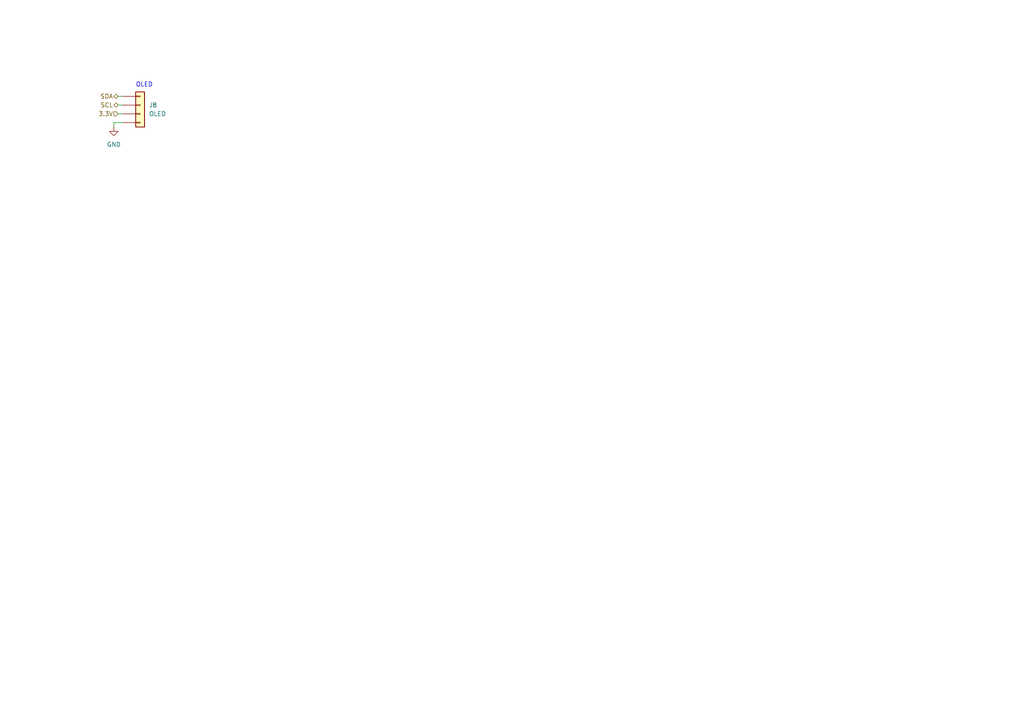
<source format=kicad_sch>
(kicad_sch (version 20211123) (generator eeschema)
  (paper "A4")
  (lib_symbols
    (symbol "Connector_Generic:Conn_01x04" (pin_numbers hide) (pin_names (offset 1.016) hide)
      (property "Reference" "J" (at 0 5.08 0))
      (property "Value" "Conn_01x04" (at 0 -7.62 0))
      (symbol "Conn_01x04_1_1"
        (rectangle (start -1.27 -4.953) (end 0 -5.207) (stroke (width 0.1524)))
        (rectangle (start -1.27 -2.413) (end 0 -2.667) (stroke (width 0.1524)))
        (rectangle (start -1.27 0.127) (end 0 -0.127) (stroke (width 0.1524)))
        (rectangle (start -1.27 2.667) (end 0 2.413) (stroke (width 0.1524)))
        (rectangle (start -1.27 3.81) (end 1.27 -6.35) (stroke (width 0.254)) (fill (type background)))
        (pin passive line (at -5.08 2.54 0) (length 3.81) (name "Pin_1") (number "1"))
        (pin passive line (at -5.08 0 0) (length 3.81) (name "Pin_2") (number "2"))
        (pin passive line (at -5.08 -2.54 0) (length 3.81) (name "Pin_3") (number "3"))
        (pin passive line (at -5.08 -5.08 0) (length 3.81) (name "Pin_4") (number "4"))
      )
    )
    (symbol "power:GND" (power) (pin_names (offset 0))
      (property "Value" "GND" (at 0 -3.81 0))
      (symbol "GND_0_1"
        (polyline (pts (xy 0 0) (xy 0 -1.27) (xy 1.27 -1.27) (xy 0 -2.54) (xy -1.27 -1.27) (xy 0 -1.27)))
      )
      (symbol "GND_1_1"
        (pin power_in line (at 0 0 270) (length 0) hide (name "GND") (number "1"))
      )
    )
  )
  (wire (pts (xy 34.29 30.48) (xy 35.56 30.48)))
  (wire (pts (xy 33.02 35.56) (xy 33.02 36.83)))
  (wire (pts (xy 34.29 27.94) (xy 35.56 27.94)))
  (wire (pts (xy 35.56 35.56) (xy 33.02 35.56)))
  (wire (pts (xy 34.29 33.02) (xy 35.56 33.02)))
  (text "OLED" (at 39.37 25.4 0) (effects (font (size 1.27 1.27)) (justify left bottom)))
  (hierarchical_label "3.3V" (shape input) (at 34.29 33.02 180))
  (hierarchical_label "SCL" (shape bidirectional) (at 34.29 30.48 180))
  (hierarchical_label "SDA" (shape bidirectional) (at 34.29 27.94 180))
  (symbol (lib_id "power:GND") (at 33.02 36.83 0) (unit 1)
    (property "Reference" "#PWR0121" (effects hide))
    (property "Value" "GND" (at 33.02 41.91 0))
  )
  (symbol (lib_id "Connector_Generic:Conn_01x04") (at 40.64 30.48 0) (unit 1)
    (property "Reference" "J8" (at 43.18 30.4799 0) (effects (justify left)))
    (property "Value" "OLED" (at 43.18 33.0199 0) (effects (justify left)))
    (property "Footprint" "Connector_JST:JST_EH_B4B-EH-A_1x04_P2.50mm_Vertical" (effects hide))
  )
)
</source>
